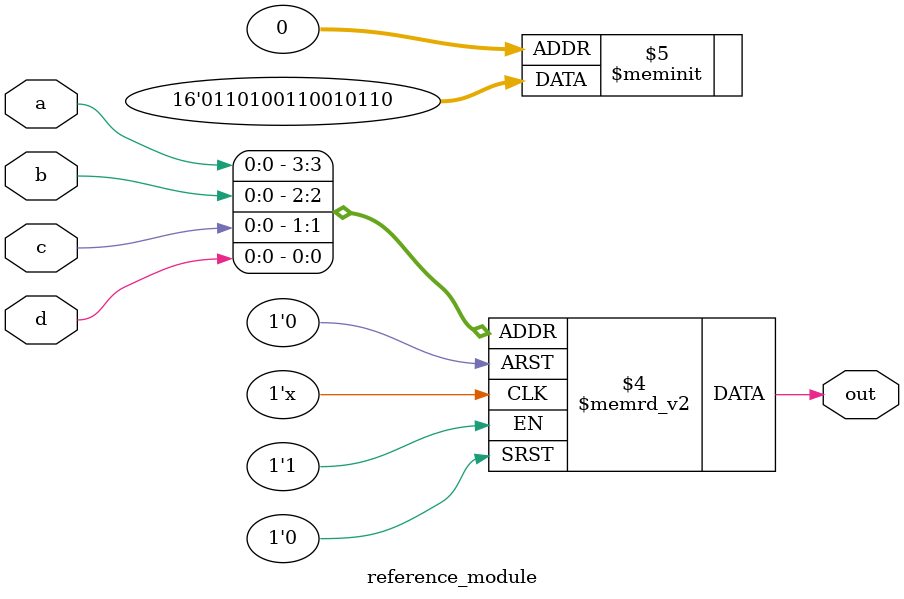
<source format=sv>
module reference_module (
	input a, 
	input b,
	input c,
	input d,
	output reg out
);
	
    always @(*) begin
        case({a,b,c,d})
            4'h0: out = 0;
            4'h1: out = 1;
            4'h3: out = 0;
            4'h2: out = 1;
            4'h4: out = 1;
            4'h5: out = 0;
            4'h7: out = 1;
            4'h6: out = 0;
            4'hc: out = 0;
            4'hd: out = 1;
            4'hf: out = 0;
            4'he: out = 1;
            4'h8: out = 1;
            4'h9: out = 0;
            4'hb: out = 1;
            4'ha: out = 0;
        endcase
    end
endmodule

</source>
